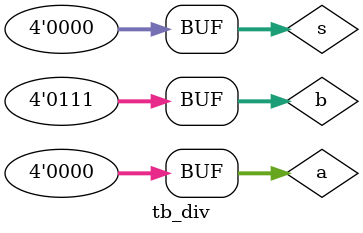
<source format=sv>
module tb_div();
	logic [3:0] a,b,s;
	
	div_A#(4) dut (a, b, s);
	
	initial 
		begin  
			a <= 0;
			b <= 0;
			s <= 0;
		end
		
	always
		begin
			a <= 4'b1000;	// 8/2=4
			b <= 4'b0010;
			#10; 
			a <= 4'b0111;	// 7/2=3
			b <= 4'b0010;
			#10;
			a <= 4'b0110;	// 6/1=6
			b <= 4'b0001;
			#10;
			a <= 4'b0000;	// 0/7=0
			b <= 4'b0111;
			#10;
		end
		
endmodule
</source>
